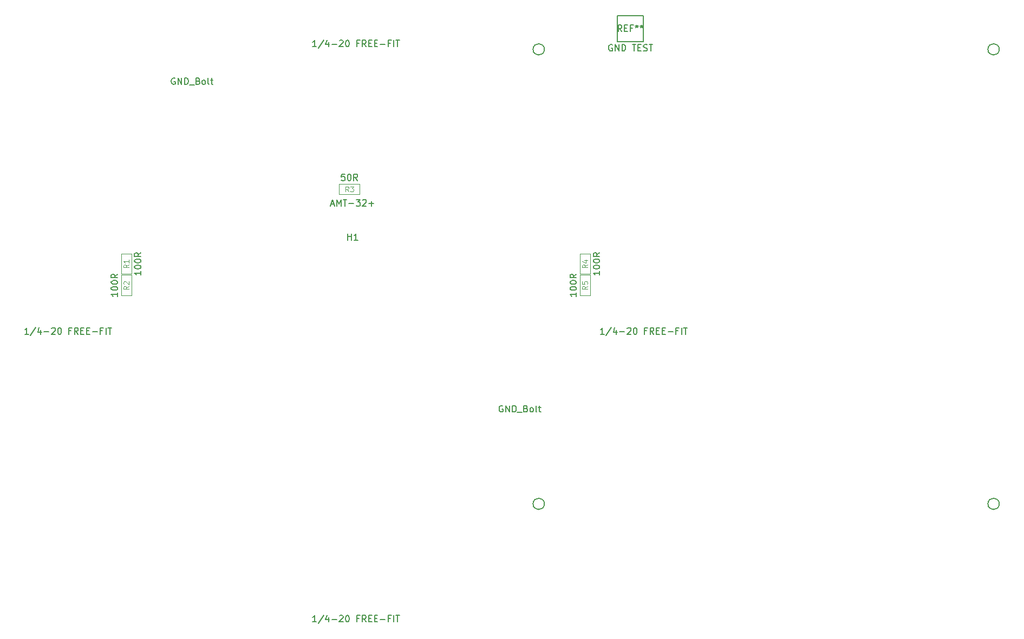
<source format=gbr>
G04 #@! TF.GenerationSoftware,KiCad,Pcbnew,6.0.4-6f826c9f35~116~ubuntu20.04.1*
G04 #@! TF.CreationDate,2022-04-29T13:31:39-04:00*
G04 #@! TF.ProjectId,LWA Cal Test 2022,4c574120-4361-46c2-9054-657374203230,1.3*
G04 #@! TF.SameCoordinates,Original*
G04 #@! TF.FileFunction,AssemblyDrawing,Top*
%FSLAX46Y46*%
G04 Gerber Fmt 4.6, Leading zero omitted, Abs format (unit mm)*
G04 Created by KiCad (PCBNEW 6.0.4-6f826c9f35~116~ubuntu20.04.1) date 2022-04-29 13:31:39*
%MOMM*%
%LPD*%
G01*
G04 APERTURE LIST*
%ADD10C,0.150000*%
%ADD11C,0.120000*%
%ADD12C,0.100000*%
G04 APERTURE END LIST*
D10*
X182753000Y-135636000D02*
G75*
G03*
X182753000Y-135636000I-889000J0D01*
G01*
X111633000Y-64516000D02*
G75*
G03*
X111633000Y-64516000I-889000J0D01*
G01*
X111633000Y-135636000D02*
G75*
G03*
X111633000Y-135636000I-889000J0D01*
G01*
X182753000Y-64516000D02*
G75*
G03*
X182753000Y-64516000I-889000J0D01*
G01*
G04 #@! TO.C,FP1*
X30976921Y-109088180D02*
X30405492Y-109088180D01*
X30691207Y-109088180D02*
X30691207Y-108088180D01*
X30595968Y-108231038D01*
X30500730Y-108326276D01*
X30405492Y-108373895D01*
X32119778Y-108040561D02*
X31262635Y-109326276D01*
X32881683Y-108421514D02*
X32881683Y-109088180D01*
X32643588Y-108040561D02*
X32405492Y-108754847D01*
X33024540Y-108754847D01*
X33405492Y-108707228D02*
X34167397Y-108707228D01*
X34595968Y-108183419D02*
X34643588Y-108135800D01*
X34738826Y-108088180D01*
X34976921Y-108088180D01*
X35072159Y-108135800D01*
X35119778Y-108183419D01*
X35167397Y-108278657D01*
X35167397Y-108373895D01*
X35119778Y-108516752D01*
X34548349Y-109088180D01*
X35167397Y-109088180D01*
X35786445Y-108088180D02*
X35881683Y-108088180D01*
X35976921Y-108135800D01*
X36024540Y-108183419D01*
X36072159Y-108278657D01*
X36119778Y-108469133D01*
X36119778Y-108707228D01*
X36072159Y-108897704D01*
X36024540Y-108992942D01*
X35976921Y-109040561D01*
X35881683Y-109088180D01*
X35786445Y-109088180D01*
X35691207Y-109040561D01*
X35643588Y-108992942D01*
X35595968Y-108897704D01*
X35548349Y-108707228D01*
X35548349Y-108469133D01*
X35595968Y-108278657D01*
X35643588Y-108183419D01*
X35691207Y-108135800D01*
X35786445Y-108088180D01*
X37643588Y-108564371D02*
X37310254Y-108564371D01*
X37310254Y-109088180D02*
X37310254Y-108088180D01*
X37786445Y-108088180D01*
X38738826Y-109088180D02*
X38405492Y-108611990D01*
X38167397Y-109088180D02*
X38167397Y-108088180D01*
X38548349Y-108088180D01*
X38643588Y-108135800D01*
X38691207Y-108183419D01*
X38738826Y-108278657D01*
X38738826Y-108421514D01*
X38691207Y-108516752D01*
X38643588Y-108564371D01*
X38548349Y-108611990D01*
X38167397Y-108611990D01*
X39167397Y-108564371D02*
X39500730Y-108564371D01*
X39643588Y-109088180D02*
X39167397Y-109088180D01*
X39167397Y-108088180D01*
X39643588Y-108088180D01*
X40072159Y-108564371D02*
X40405492Y-108564371D01*
X40548349Y-109088180D02*
X40072159Y-109088180D01*
X40072159Y-108088180D01*
X40548349Y-108088180D01*
X40976921Y-108707228D02*
X41738826Y-108707228D01*
X42548349Y-108564371D02*
X42215016Y-108564371D01*
X42215016Y-109088180D02*
X42215016Y-108088180D01*
X42691207Y-108088180D01*
X43072159Y-109088180D02*
X43072159Y-108088180D01*
X43405492Y-108088180D02*
X43976921Y-108088180D01*
X43691207Y-109088180D02*
X43691207Y-108088180D01*
G04 #@! TO.C,FP2*
X120976945Y-109088180D02*
X120405516Y-109088180D01*
X120691231Y-109088180D02*
X120691231Y-108088180D01*
X120595992Y-108231038D01*
X120500754Y-108326276D01*
X120405516Y-108373895D01*
X122119802Y-108040561D02*
X121262659Y-109326276D01*
X122881707Y-108421514D02*
X122881707Y-109088180D01*
X122643612Y-108040561D02*
X122405516Y-108754847D01*
X123024564Y-108754847D01*
X123405516Y-108707228D02*
X124167421Y-108707228D01*
X124595992Y-108183419D02*
X124643612Y-108135800D01*
X124738850Y-108088180D01*
X124976945Y-108088180D01*
X125072183Y-108135800D01*
X125119802Y-108183419D01*
X125167421Y-108278657D01*
X125167421Y-108373895D01*
X125119802Y-108516752D01*
X124548373Y-109088180D01*
X125167421Y-109088180D01*
X125786469Y-108088180D02*
X125881707Y-108088180D01*
X125976945Y-108135800D01*
X126024564Y-108183419D01*
X126072183Y-108278657D01*
X126119802Y-108469133D01*
X126119802Y-108707228D01*
X126072183Y-108897704D01*
X126024564Y-108992942D01*
X125976945Y-109040561D01*
X125881707Y-109088180D01*
X125786469Y-109088180D01*
X125691231Y-109040561D01*
X125643612Y-108992942D01*
X125595992Y-108897704D01*
X125548373Y-108707228D01*
X125548373Y-108469133D01*
X125595992Y-108278657D01*
X125643612Y-108183419D01*
X125691231Y-108135800D01*
X125786469Y-108088180D01*
X127643612Y-108564371D02*
X127310278Y-108564371D01*
X127310278Y-109088180D02*
X127310278Y-108088180D01*
X127786469Y-108088180D01*
X128738850Y-109088180D02*
X128405516Y-108611990D01*
X128167421Y-109088180D02*
X128167421Y-108088180D01*
X128548373Y-108088180D01*
X128643612Y-108135800D01*
X128691231Y-108183419D01*
X128738850Y-108278657D01*
X128738850Y-108421514D01*
X128691231Y-108516752D01*
X128643612Y-108564371D01*
X128548373Y-108611990D01*
X128167421Y-108611990D01*
X129167421Y-108564371D02*
X129500754Y-108564371D01*
X129643612Y-109088180D02*
X129167421Y-109088180D01*
X129167421Y-108088180D01*
X129643612Y-108088180D01*
X130072183Y-108564371D02*
X130405516Y-108564371D01*
X130548373Y-109088180D02*
X130072183Y-109088180D01*
X130072183Y-108088180D01*
X130548373Y-108088180D01*
X130976945Y-108707228D02*
X131738850Y-108707228D01*
X132548373Y-108564371D02*
X132215040Y-108564371D01*
X132215040Y-109088180D02*
X132215040Y-108088180D01*
X132691231Y-108088180D01*
X133072183Y-109088180D02*
X133072183Y-108088180D01*
X133405516Y-108088180D02*
X133976945Y-108088180D01*
X133691231Y-109088180D02*
X133691231Y-108088180D01*
G04 #@! TO.C,FP3*
X75976933Y-64088168D02*
X75405504Y-64088168D01*
X75691219Y-64088168D02*
X75691219Y-63088168D01*
X75595980Y-63231026D01*
X75500742Y-63326264D01*
X75405504Y-63373883D01*
X77119790Y-63040549D02*
X76262647Y-64326264D01*
X77881695Y-63421502D02*
X77881695Y-64088168D01*
X77643600Y-63040549D02*
X77405504Y-63754835D01*
X78024552Y-63754835D01*
X78405504Y-63707216D02*
X79167409Y-63707216D01*
X79595980Y-63183407D02*
X79643600Y-63135788D01*
X79738838Y-63088168D01*
X79976933Y-63088168D01*
X80072171Y-63135788D01*
X80119790Y-63183407D01*
X80167409Y-63278645D01*
X80167409Y-63373883D01*
X80119790Y-63516740D01*
X79548361Y-64088168D01*
X80167409Y-64088168D01*
X80786457Y-63088168D02*
X80881695Y-63088168D01*
X80976933Y-63135788D01*
X81024552Y-63183407D01*
X81072171Y-63278645D01*
X81119790Y-63469121D01*
X81119790Y-63707216D01*
X81072171Y-63897692D01*
X81024552Y-63992930D01*
X80976933Y-64040549D01*
X80881695Y-64088168D01*
X80786457Y-64088168D01*
X80691219Y-64040549D01*
X80643600Y-63992930D01*
X80595980Y-63897692D01*
X80548361Y-63707216D01*
X80548361Y-63469121D01*
X80595980Y-63278645D01*
X80643600Y-63183407D01*
X80691219Y-63135788D01*
X80786457Y-63088168D01*
X82643600Y-63564359D02*
X82310266Y-63564359D01*
X82310266Y-64088168D02*
X82310266Y-63088168D01*
X82786457Y-63088168D01*
X83738838Y-64088168D02*
X83405504Y-63611978D01*
X83167409Y-64088168D02*
X83167409Y-63088168D01*
X83548361Y-63088168D01*
X83643600Y-63135788D01*
X83691219Y-63183407D01*
X83738838Y-63278645D01*
X83738838Y-63421502D01*
X83691219Y-63516740D01*
X83643600Y-63564359D01*
X83548361Y-63611978D01*
X83167409Y-63611978D01*
X84167409Y-63564359D02*
X84500742Y-63564359D01*
X84643600Y-64088168D02*
X84167409Y-64088168D01*
X84167409Y-63088168D01*
X84643600Y-63088168D01*
X85072171Y-63564359D02*
X85405504Y-63564359D01*
X85548361Y-64088168D02*
X85072171Y-64088168D01*
X85072171Y-63088168D01*
X85548361Y-63088168D01*
X85976933Y-63707216D02*
X86738838Y-63707216D01*
X87548361Y-63564359D02*
X87215028Y-63564359D01*
X87215028Y-64088168D02*
X87215028Y-63088168D01*
X87691219Y-63088168D01*
X88072171Y-64088168D02*
X88072171Y-63088168D01*
X88405504Y-63088168D02*
X88976933Y-63088168D01*
X88691219Y-64088168D02*
X88691219Y-63088168D01*
G04 #@! TO.C,FP4*
X75976933Y-154088192D02*
X75405504Y-154088192D01*
X75691219Y-154088192D02*
X75691219Y-153088192D01*
X75595980Y-153231050D01*
X75500742Y-153326288D01*
X75405504Y-153373907D01*
X77119790Y-153040573D02*
X76262647Y-154326288D01*
X77881695Y-153421526D02*
X77881695Y-154088192D01*
X77643600Y-153040573D02*
X77405504Y-153754859D01*
X78024552Y-153754859D01*
X78405504Y-153707240D02*
X79167409Y-153707240D01*
X79595980Y-153183431D02*
X79643600Y-153135812D01*
X79738838Y-153088192D01*
X79976933Y-153088192D01*
X80072171Y-153135812D01*
X80119790Y-153183431D01*
X80167409Y-153278669D01*
X80167409Y-153373907D01*
X80119790Y-153516764D01*
X79548361Y-154088192D01*
X80167409Y-154088192D01*
X80786457Y-153088192D02*
X80881695Y-153088192D01*
X80976933Y-153135812D01*
X81024552Y-153183431D01*
X81072171Y-153278669D01*
X81119790Y-153469145D01*
X81119790Y-153707240D01*
X81072171Y-153897716D01*
X81024552Y-153992954D01*
X80976933Y-154040573D01*
X80881695Y-154088192D01*
X80786457Y-154088192D01*
X80691219Y-154040573D01*
X80643600Y-153992954D01*
X80595980Y-153897716D01*
X80548361Y-153707240D01*
X80548361Y-153469145D01*
X80595980Y-153278669D01*
X80643600Y-153183431D01*
X80691219Y-153135812D01*
X80786457Y-153088192D01*
X82643600Y-153564383D02*
X82310266Y-153564383D01*
X82310266Y-154088192D02*
X82310266Y-153088192D01*
X82786457Y-153088192D01*
X83738838Y-154088192D02*
X83405504Y-153612002D01*
X83167409Y-154088192D02*
X83167409Y-153088192D01*
X83548361Y-153088192D01*
X83643600Y-153135812D01*
X83691219Y-153183431D01*
X83738838Y-153278669D01*
X83738838Y-153421526D01*
X83691219Y-153516764D01*
X83643600Y-153564383D01*
X83548361Y-153612002D01*
X83167409Y-153612002D01*
X84167409Y-153564383D02*
X84500742Y-153564383D01*
X84643600Y-154088192D02*
X84167409Y-154088192D01*
X84167409Y-153088192D01*
X84643600Y-153088192D01*
X85072171Y-153564383D02*
X85405504Y-153564383D01*
X85548361Y-154088192D02*
X85072171Y-154088192D01*
X85072171Y-153088192D01*
X85548361Y-153088192D01*
X85976933Y-153707240D02*
X86738838Y-153707240D01*
X87548361Y-153564383D02*
X87215028Y-153564383D01*
X87215028Y-154088192D02*
X87215028Y-153088192D01*
X87691219Y-153088192D01*
X88072171Y-154088192D02*
X88072171Y-153088192D01*
X88405504Y-153088192D02*
X88976933Y-153088192D01*
X88691219Y-154088192D02*
X88691219Y-153088192D01*
G04 #@! TO.C,H1*
X78254647Y-88736466D02*
X78730838Y-88736466D01*
X78159409Y-89022180D02*
X78492742Y-88022180D01*
X78826076Y-89022180D01*
X79159409Y-89022180D02*
X79159409Y-88022180D01*
X79492742Y-88736466D01*
X79826076Y-88022180D01*
X79826076Y-89022180D01*
X80159409Y-88022180D02*
X80730838Y-88022180D01*
X80445123Y-89022180D02*
X80445123Y-88022180D01*
X81064171Y-88641228D02*
X81826076Y-88641228D01*
X82207028Y-88022180D02*
X82826076Y-88022180D01*
X82492742Y-88403133D01*
X82635600Y-88403133D01*
X82730838Y-88450752D01*
X82778457Y-88498371D01*
X82826076Y-88593609D01*
X82826076Y-88831704D01*
X82778457Y-88926942D01*
X82730838Y-88974561D01*
X82635600Y-89022180D01*
X82349885Y-89022180D01*
X82254647Y-88974561D01*
X82207028Y-88926942D01*
X83207028Y-88117419D02*
X83254647Y-88069800D01*
X83349885Y-88022180D01*
X83587980Y-88022180D01*
X83683219Y-88069800D01*
X83730838Y-88117419D01*
X83778457Y-88212657D01*
X83778457Y-88307895D01*
X83730838Y-88450752D01*
X83159409Y-89022180D01*
X83778457Y-89022180D01*
X84207028Y-88641228D02*
X84968933Y-88641228D01*
X84587980Y-89022180D02*
X84587980Y-88260276D01*
X80873695Y-94356180D02*
X80873695Y-93356180D01*
X80873695Y-93832371D02*
X81445123Y-93832371D01*
X81445123Y-94356180D02*
X81445123Y-93356180D01*
X82445123Y-94356180D02*
X81873695Y-94356180D01*
X82159409Y-94356180D02*
X82159409Y-93356180D01*
X82064171Y-93499038D01*
X81968933Y-93594276D01*
X81873695Y-93641895D01*
G04 #@! TO.C,TP2*
X122236266Y-63812800D02*
X122141028Y-63765180D01*
X121998171Y-63765180D01*
X121855314Y-63812800D01*
X121760076Y-63908038D01*
X121712457Y-64003276D01*
X121664838Y-64193752D01*
X121664838Y-64336609D01*
X121712457Y-64527085D01*
X121760076Y-64622323D01*
X121855314Y-64717561D01*
X121998171Y-64765180D01*
X122093409Y-64765180D01*
X122236266Y-64717561D01*
X122283885Y-64669942D01*
X122283885Y-64336609D01*
X122093409Y-64336609D01*
X122712457Y-64765180D02*
X122712457Y-63765180D01*
X123283885Y-64765180D01*
X123283885Y-63765180D01*
X123760076Y-64765180D02*
X123760076Y-63765180D01*
X123998171Y-63765180D01*
X124141028Y-63812800D01*
X124236266Y-63908038D01*
X124283885Y-64003276D01*
X124331504Y-64193752D01*
X124331504Y-64336609D01*
X124283885Y-64527085D01*
X124236266Y-64622323D01*
X124141028Y-64717561D01*
X123998171Y-64765180D01*
X123760076Y-64765180D01*
X125379123Y-63765180D02*
X125950552Y-63765180D01*
X125664838Y-64765180D02*
X125664838Y-63765180D01*
X126283885Y-64241371D02*
X126617219Y-64241371D01*
X126760076Y-64765180D02*
X126283885Y-64765180D01*
X126283885Y-63765180D01*
X126760076Y-63765180D01*
X127141028Y-64717561D02*
X127283885Y-64765180D01*
X127521980Y-64765180D01*
X127617219Y-64717561D01*
X127664838Y-64669942D01*
X127712457Y-64574704D01*
X127712457Y-64479466D01*
X127664838Y-64384228D01*
X127617219Y-64336609D01*
X127521980Y-64288990D01*
X127331504Y-64241371D01*
X127236266Y-64193752D01*
X127188647Y-64146133D01*
X127141028Y-64050895D01*
X127141028Y-63955657D01*
X127188647Y-63860419D01*
X127236266Y-63812800D01*
X127331504Y-63765180D01*
X127569600Y-63765180D01*
X127712457Y-63812800D01*
X127998171Y-63765180D02*
X128569600Y-63765180D01*
X128283885Y-64765180D02*
X128283885Y-63765180D01*
X123736266Y-61717180D02*
X123402933Y-61240990D01*
X123164838Y-61717180D02*
X123164838Y-60717180D01*
X123545790Y-60717180D01*
X123641028Y-60764800D01*
X123688647Y-60812419D01*
X123736266Y-60907657D01*
X123736266Y-61050514D01*
X123688647Y-61145752D01*
X123641028Y-61193371D01*
X123545790Y-61240990D01*
X123164838Y-61240990D01*
X124164838Y-61193371D02*
X124498171Y-61193371D01*
X124641028Y-61717180D02*
X124164838Y-61717180D01*
X124164838Y-60717180D01*
X124641028Y-60717180D01*
X125402933Y-61193371D02*
X125069600Y-61193371D01*
X125069600Y-61717180D02*
X125069600Y-60717180D01*
X125545790Y-60717180D01*
X126069600Y-60717180D02*
X126069600Y-60955276D01*
X125831504Y-60860038D02*
X126069600Y-60955276D01*
X126307695Y-60860038D01*
X125926742Y-61145752D02*
X126069600Y-60955276D01*
X126212457Y-61145752D01*
X126831504Y-60717180D02*
X126831504Y-60955276D01*
X126593409Y-60860038D02*
X126831504Y-60955276D01*
X127069600Y-60860038D01*
X126688647Y-61145752D02*
X126831504Y-60955276D01*
X126974361Y-61145752D01*
G04 #@! TO.C,MH1*
X105126370Y-120299428D02*
X105031132Y-120251808D01*
X104888275Y-120251808D01*
X104745418Y-120299428D01*
X104650180Y-120394666D01*
X104602561Y-120489904D01*
X104554942Y-120680380D01*
X104554942Y-120823237D01*
X104602561Y-121013713D01*
X104650180Y-121108951D01*
X104745418Y-121204189D01*
X104888275Y-121251808D01*
X104983513Y-121251808D01*
X105126370Y-121204189D01*
X105173989Y-121156570D01*
X105173989Y-120823237D01*
X104983513Y-120823237D01*
X105602561Y-121251808D02*
X105602561Y-120251808D01*
X106173989Y-121251808D01*
X106173989Y-120251808D01*
X106650180Y-121251808D02*
X106650180Y-120251808D01*
X106888275Y-120251808D01*
X107031132Y-120299428D01*
X107126370Y-120394666D01*
X107173989Y-120489904D01*
X107221608Y-120680380D01*
X107221608Y-120823237D01*
X107173989Y-121013713D01*
X107126370Y-121108951D01*
X107031132Y-121204189D01*
X106888275Y-121251808D01*
X106650180Y-121251808D01*
X107412085Y-121347047D02*
X108173989Y-121347047D01*
X108745418Y-120727999D02*
X108888275Y-120775618D01*
X108935894Y-120823237D01*
X108983513Y-120918475D01*
X108983513Y-121061332D01*
X108935894Y-121156570D01*
X108888275Y-121204189D01*
X108793037Y-121251808D01*
X108412085Y-121251808D01*
X108412085Y-120251808D01*
X108745418Y-120251808D01*
X108840656Y-120299428D01*
X108888275Y-120347047D01*
X108935894Y-120442285D01*
X108935894Y-120537523D01*
X108888275Y-120632761D01*
X108840656Y-120680380D01*
X108745418Y-120727999D01*
X108412085Y-120727999D01*
X109554942Y-121251808D02*
X109459704Y-121204189D01*
X109412085Y-121156570D01*
X109364466Y-121061332D01*
X109364466Y-120775618D01*
X109412085Y-120680380D01*
X109459704Y-120632761D01*
X109554942Y-120585142D01*
X109697799Y-120585142D01*
X109793037Y-120632761D01*
X109840656Y-120680380D01*
X109888275Y-120775618D01*
X109888275Y-121061332D01*
X109840656Y-121156570D01*
X109793037Y-121204189D01*
X109697799Y-121251808D01*
X109554942Y-121251808D01*
X110459704Y-121251808D02*
X110364466Y-121204189D01*
X110316847Y-121108951D01*
X110316847Y-120251808D01*
X110697799Y-120585142D02*
X111078751Y-120585142D01*
X110840656Y-120251808D02*
X110840656Y-121108951D01*
X110888275Y-121204189D01*
X110983513Y-121251808D01*
X111078751Y-121251808D01*
G04 #@! TO.C,MH2*
X53875114Y-69048172D02*
X53779876Y-69000552D01*
X53637019Y-69000552D01*
X53494162Y-69048172D01*
X53398924Y-69143410D01*
X53351305Y-69238648D01*
X53303686Y-69429124D01*
X53303686Y-69571981D01*
X53351305Y-69762457D01*
X53398924Y-69857695D01*
X53494162Y-69952933D01*
X53637019Y-70000552D01*
X53732257Y-70000552D01*
X53875114Y-69952933D01*
X53922733Y-69905314D01*
X53922733Y-69571981D01*
X53732257Y-69571981D01*
X54351305Y-70000552D02*
X54351305Y-69000552D01*
X54922733Y-70000552D01*
X54922733Y-69000552D01*
X55398924Y-70000552D02*
X55398924Y-69000552D01*
X55637019Y-69000552D01*
X55779876Y-69048172D01*
X55875114Y-69143410D01*
X55922733Y-69238648D01*
X55970352Y-69429124D01*
X55970352Y-69571981D01*
X55922733Y-69762457D01*
X55875114Y-69857695D01*
X55779876Y-69952933D01*
X55637019Y-70000552D01*
X55398924Y-70000552D01*
X56160829Y-70095791D02*
X56922733Y-70095791D01*
X57494162Y-69476743D02*
X57637019Y-69524362D01*
X57684638Y-69571981D01*
X57732257Y-69667219D01*
X57732257Y-69810076D01*
X57684638Y-69905314D01*
X57637019Y-69952933D01*
X57541781Y-70000552D01*
X57160829Y-70000552D01*
X57160829Y-69000552D01*
X57494162Y-69000552D01*
X57589400Y-69048172D01*
X57637019Y-69095791D01*
X57684638Y-69191029D01*
X57684638Y-69286267D01*
X57637019Y-69381505D01*
X57589400Y-69429124D01*
X57494162Y-69476743D01*
X57160829Y-69476743D01*
X58303686Y-70000552D02*
X58208448Y-69952933D01*
X58160829Y-69905314D01*
X58113210Y-69810076D01*
X58113210Y-69524362D01*
X58160829Y-69429124D01*
X58208448Y-69381505D01*
X58303686Y-69333886D01*
X58446543Y-69333886D01*
X58541781Y-69381505D01*
X58589400Y-69429124D01*
X58637019Y-69524362D01*
X58637019Y-69810076D01*
X58589400Y-69905314D01*
X58541781Y-69952933D01*
X58446543Y-70000552D01*
X58303686Y-70000552D01*
X59208448Y-70000552D02*
X59113210Y-69952933D01*
X59065591Y-69857695D01*
X59065591Y-69000552D01*
X59446543Y-69333886D02*
X59827495Y-69333886D01*
X59589400Y-69000552D02*
X59589400Y-69857695D01*
X59637019Y-69952933D01*
X59732257Y-70000552D01*
X59827495Y-70000552D01*
G04 #@! TO.C,R1*
X48551180Y-99235466D02*
X48551180Y-99806895D01*
X48551180Y-99521180D02*
X47551180Y-99521180D01*
X47694038Y-99616419D01*
X47789276Y-99711657D01*
X47836895Y-99806895D01*
X47551180Y-98616419D02*
X47551180Y-98521180D01*
X47598800Y-98425942D01*
X47646419Y-98378323D01*
X47741657Y-98330704D01*
X47932133Y-98283085D01*
X48170228Y-98283085D01*
X48360704Y-98330704D01*
X48455942Y-98378323D01*
X48503561Y-98425942D01*
X48551180Y-98521180D01*
X48551180Y-98616419D01*
X48503561Y-98711657D01*
X48455942Y-98759276D01*
X48360704Y-98806895D01*
X48170228Y-98854514D01*
X47932133Y-98854514D01*
X47741657Y-98806895D01*
X47646419Y-98759276D01*
X47598800Y-98711657D01*
X47551180Y-98616419D01*
X47551180Y-97664038D02*
X47551180Y-97568800D01*
X47598800Y-97473561D01*
X47646419Y-97425942D01*
X47741657Y-97378323D01*
X47932133Y-97330704D01*
X48170228Y-97330704D01*
X48360704Y-97378323D01*
X48455942Y-97425942D01*
X48503561Y-97473561D01*
X48551180Y-97568800D01*
X48551180Y-97664038D01*
X48503561Y-97759276D01*
X48455942Y-97806895D01*
X48360704Y-97854514D01*
X48170228Y-97902133D01*
X47932133Y-97902133D01*
X47741657Y-97854514D01*
X47646419Y-97806895D01*
X47598800Y-97759276D01*
X47551180Y-97664038D01*
X48551180Y-96330704D02*
X48074990Y-96664038D01*
X48551180Y-96902133D02*
X47551180Y-96902133D01*
X47551180Y-96521180D01*
X47598800Y-96425942D01*
X47646419Y-96378323D01*
X47741657Y-96330704D01*
X47884514Y-96330704D01*
X47979752Y-96378323D01*
X48027371Y-96425942D01*
X48074990Y-96521180D01*
X48074990Y-96902133D01*
D11*
X46640704Y-98202133D02*
X46259752Y-98468800D01*
X46640704Y-98659276D02*
X45840704Y-98659276D01*
X45840704Y-98354514D01*
X45878800Y-98278323D01*
X45916895Y-98240228D01*
X45993085Y-98202133D01*
X46107371Y-98202133D01*
X46183561Y-98240228D01*
X46221657Y-98278323D01*
X46259752Y-98354514D01*
X46259752Y-98659276D01*
X46640704Y-97440228D02*
X46640704Y-97897371D01*
X46640704Y-97668800D02*
X45840704Y-97668800D01*
X45954990Y-97744990D01*
X46031180Y-97821180D01*
X46069276Y-97897371D01*
D10*
G04 #@! TO.C,R4*
X120280780Y-99235466D02*
X120280780Y-99806895D01*
X120280780Y-99521180D02*
X119280780Y-99521180D01*
X119423638Y-99616419D01*
X119518876Y-99711657D01*
X119566495Y-99806895D01*
X119280780Y-98616419D02*
X119280780Y-98521180D01*
X119328400Y-98425942D01*
X119376019Y-98378323D01*
X119471257Y-98330704D01*
X119661733Y-98283085D01*
X119899828Y-98283085D01*
X120090304Y-98330704D01*
X120185542Y-98378323D01*
X120233161Y-98425942D01*
X120280780Y-98521180D01*
X120280780Y-98616419D01*
X120233161Y-98711657D01*
X120185542Y-98759276D01*
X120090304Y-98806895D01*
X119899828Y-98854514D01*
X119661733Y-98854514D01*
X119471257Y-98806895D01*
X119376019Y-98759276D01*
X119328400Y-98711657D01*
X119280780Y-98616419D01*
X119280780Y-97664038D02*
X119280780Y-97568800D01*
X119328400Y-97473561D01*
X119376019Y-97425942D01*
X119471257Y-97378323D01*
X119661733Y-97330704D01*
X119899828Y-97330704D01*
X120090304Y-97378323D01*
X120185542Y-97425942D01*
X120233161Y-97473561D01*
X120280780Y-97568800D01*
X120280780Y-97664038D01*
X120233161Y-97759276D01*
X120185542Y-97806895D01*
X120090304Y-97854514D01*
X119899828Y-97902133D01*
X119661733Y-97902133D01*
X119471257Y-97854514D01*
X119376019Y-97806895D01*
X119328400Y-97759276D01*
X119280780Y-97664038D01*
X120280780Y-96330704D02*
X119804590Y-96664038D01*
X120280780Y-96902133D02*
X119280780Y-96902133D01*
X119280780Y-96521180D01*
X119328400Y-96425942D01*
X119376019Y-96378323D01*
X119471257Y-96330704D01*
X119614114Y-96330704D01*
X119709352Y-96378323D01*
X119756971Y-96425942D01*
X119804590Y-96521180D01*
X119804590Y-96902133D01*
D11*
X118370304Y-98202133D02*
X117989352Y-98468800D01*
X118370304Y-98659276D02*
X117570304Y-98659276D01*
X117570304Y-98354514D01*
X117608400Y-98278323D01*
X117646495Y-98240228D01*
X117722685Y-98202133D01*
X117836971Y-98202133D01*
X117913161Y-98240228D01*
X117951257Y-98278323D01*
X117989352Y-98354514D01*
X117989352Y-98659276D01*
X117836971Y-97516419D02*
X118370304Y-97516419D01*
X117532209Y-97706895D02*
X118103638Y-97897371D01*
X118103638Y-97402133D01*
D10*
G04 #@! TO.C,R5*
X116640780Y-102589466D02*
X116640780Y-103160895D01*
X116640780Y-102875180D02*
X115640780Y-102875180D01*
X115783638Y-102970419D01*
X115878876Y-103065657D01*
X115926495Y-103160895D01*
X115640780Y-101970419D02*
X115640780Y-101875180D01*
X115688400Y-101779942D01*
X115736019Y-101732323D01*
X115831257Y-101684704D01*
X116021733Y-101637085D01*
X116259828Y-101637085D01*
X116450304Y-101684704D01*
X116545542Y-101732323D01*
X116593161Y-101779942D01*
X116640780Y-101875180D01*
X116640780Y-101970419D01*
X116593161Y-102065657D01*
X116545542Y-102113276D01*
X116450304Y-102160895D01*
X116259828Y-102208514D01*
X116021733Y-102208514D01*
X115831257Y-102160895D01*
X115736019Y-102113276D01*
X115688400Y-102065657D01*
X115640780Y-101970419D01*
X115640780Y-101018038D02*
X115640780Y-100922800D01*
X115688400Y-100827561D01*
X115736019Y-100779942D01*
X115831257Y-100732323D01*
X116021733Y-100684704D01*
X116259828Y-100684704D01*
X116450304Y-100732323D01*
X116545542Y-100779942D01*
X116593161Y-100827561D01*
X116640780Y-100922800D01*
X116640780Y-101018038D01*
X116593161Y-101113276D01*
X116545542Y-101160895D01*
X116450304Y-101208514D01*
X116259828Y-101256133D01*
X116021733Y-101256133D01*
X115831257Y-101208514D01*
X115736019Y-101160895D01*
X115688400Y-101113276D01*
X115640780Y-101018038D01*
X116640780Y-99684704D02*
X116164590Y-100018038D01*
X116640780Y-100256133D02*
X115640780Y-100256133D01*
X115640780Y-99875180D01*
X115688400Y-99779942D01*
X115736019Y-99732323D01*
X115831257Y-99684704D01*
X115974114Y-99684704D01*
X116069352Y-99732323D01*
X116116971Y-99779942D01*
X116164590Y-99875180D01*
X116164590Y-100256133D01*
D11*
X118370304Y-101556133D02*
X117989352Y-101822800D01*
X118370304Y-102013276D02*
X117570304Y-102013276D01*
X117570304Y-101708514D01*
X117608400Y-101632323D01*
X117646495Y-101594228D01*
X117722685Y-101556133D01*
X117836971Y-101556133D01*
X117913161Y-101594228D01*
X117951257Y-101632323D01*
X117989352Y-101708514D01*
X117989352Y-102013276D01*
X117570304Y-100832323D02*
X117570304Y-101213276D01*
X117951257Y-101251371D01*
X117913161Y-101213276D01*
X117875066Y-101137085D01*
X117875066Y-100946609D01*
X117913161Y-100870419D01*
X117951257Y-100832323D01*
X118027447Y-100794228D01*
X118217923Y-100794228D01*
X118294114Y-100832323D01*
X118332209Y-100870419D01*
X118370304Y-100946609D01*
X118370304Y-101137085D01*
X118332209Y-101213276D01*
X118294114Y-101251371D01*
D10*
G04 #@! TO.C,R2*
X44911180Y-102589466D02*
X44911180Y-103160895D01*
X44911180Y-102875180D02*
X43911180Y-102875180D01*
X44054038Y-102970419D01*
X44149276Y-103065657D01*
X44196895Y-103160895D01*
X43911180Y-101970419D02*
X43911180Y-101875180D01*
X43958800Y-101779942D01*
X44006419Y-101732323D01*
X44101657Y-101684704D01*
X44292133Y-101637085D01*
X44530228Y-101637085D01*
X44720704Y-101684704D01*
X44815942Y-101732323D01*
X44863561Y-101779942D01*
X44911180Y-101875180D01*
X44911180Y-101970419D01*
X44863561Y-102065657D01*
X44815942Y-102113276D01*
X44720704Y-102160895D01*
X44530228Y-102208514D01*
X44292133Y-102208514D01*
X44101657Y-102160895D01*
X44006419Y-102113276D01*
X43958800Y-102065657D01*
X43911180Y-101970419D01*
X43911180Y-101018038D02*
X43911180Y-100922800D01*
X43958800Y-100827561D01*
X44006419Y-100779942D01*
X44101657Y-100732323D01*
X44292133Y-100684704D01*
X44530228Y-100684704D01*
X44720704Y-100732323D01*
X44815942Y-100779942D01*
X44863561Y-100827561D01*
X44911180Y-100922800D01*
X44911180Y-101018038D01*
X44863561Y-101113276D01*
X44815942Y-101160895D01*
X44720704Y-101208514D01*
X44530228Y-101256133D01*
X44292133Y-101256133D01*
X44101657Y-101208514D01*
X44006419Y-101160895D01*
X43958800Y-101113276D01*
X43911180Y-101018038D01*
X44911180Y-99684704D02*
X44434990Y-100018038D01*
X44911180Y-100256133D02*
X43911180Y-100256133D01*
X43911180Y-99875180D01*
X43958800Y-99779942D01*
X44006419Y-99732323D01*
X44101657Y-99684704D01*
X44244514Y-99684704D01*
X44339752Y-99732323D01*
X44387371Y-99779942D01*
X44434990Y-99875180D01*
X44434990Y-100256133D01*
D11*
X46640704Y-101556133D02*
X46259752Y-101822800D01*
X46640704Y-102013276D02*
X45840704Y-102013276D01*
X45840704Y-101708514D01*
X45878800Y-101632323D01*
X45916895Y-101594228D01*
X45993085Y-101556133D01*
X46107371Y-101556133D01*
X46183561Y-101594228D01*
X46221657Y-101632323D01*
X46259752Y-101708514D01*
X46259752Y-102013276D01*
X45916895Y-101251371D02*
X45878800Y-101213276D01*
X45840704Y-101137085D01*
X45840704Y-100946609D01*
X45878800Y-100870419D01*
X45916895Y-100832323D01*
X45993085Y-100794228D01*
X46069276Y-100794228D01*
X46183561Y-100832323D01*
X46640704Y-101289466D01*
X46640704Y-100794228D01*
D10*
G04 #@! TO.C,R3*
X80415504Y-84043180D02*
X79939314Y-84043180D01*
X79891695Y-84519371D01*
X79939314Y-84471752D01*
X80034552Y-84424133D01*
X80272647Y-84424133D01*
X80367885Y-84471752D01*
X80415504Y-84519371D01*
X80463123Y-84614609D01*
X80463123Y-84852704D01*
X80415504Y-84947942D01*
X80367885Y-84995561D01*
X80272647Y-85043180D01*
X80034552Y-85043180D01*
X79939314Y-84995561D01*
X79891695Y-84947942D01*
X81082171Y-84043180D02*
X81177409Y-84043180D01*
X81272647Y-84090800D01*
X81320266Y-84138419D01*
X81367885Y-84233657D01*
X81415504Y-84424133D01*
X81415504Y-84662228D01*
X81367885Y-84852704D01*
X81320266Y-84947942D01*
X81272647Y-84995561D01*
X81177409Y-85043180D01*
X81082171Y-85043180D01*
X80986933Y-84995561D01*
X80939314Y-84947942D01*
X80891695Y-84852704D01*
X80844076Y-84662228D01*
X80844076Y-84424133D01*
X80891695Y-84233657D01*
X80939314Y-84138419D01*
X80986933Y-84090800D01*
X81082171Y-84043180D01*
X82415504Y-85043180D02*
X82082171Y-84566990D01*
X81844076Y-85043180D02*
X81844076Y-84043180D01*
X82225028Y-84043180D01*
X82320266Y-84090800D01*
X82367885Y-84138419D01*
X82415504Y-84233657D01*
X82415504Y-84376514D01*
X82367885Y-84471752D01*
X82320266Y-84519371D01*
X82225028Y-84566990D01*
X81844076Y-84566990D01*
D11*
X81020266Y-86772704D02*
X80753600Y-86391752D01*
X80563123Y-86772704D02*
X80563123Y-85972704D01*
X80867885Y-85972704D01*
X80944076Y-86010800D01*
X80982171Y-86048895D01*
X81020266Y-86125085D01*
X81020266Y-86239371D01*
X80982171Y-86315561D01*
X80944076Y-86353657D01*
X80867885Y-86391752D01*
X80563123Y-86391752D01*
X81286933Y-85972704D02*
X81782171Y-85972704D01*
X81515504Y-86277466D01*
X81629790Y-86277466D01*
X81705980Y-86315561D01*
X81744076Y-86353657D01*
X81782171Y-86429847D01*
X81782171Y-86620323D01*
X81744076Y-86696514D01*
X81705980Y-86734609D01*
X81629790Y-86772704D01*
X81401219Y-86772704D01*
X81325028Y-86734609D01*
X81286933Y-86696514D01*
D10*
G04 #@! TO.C,TP2*
X127101600Y-59232800D02*
X127101600Y-63296800D01*
X123037600Y-63296800D02*
X123037600Y-59232800D01*
X127101600Y-63296800D02*
X123037600Y-63296800D01*
X123037600Y-59232800D02*
X127101600Y-59232800D01*
D12*
G04 #@! TO.C,R1*
X47078800Y-96468800D02*
X47078800Y-99668800D01*
X45478800Y-99668800D02*
X45478800Y-96468800D01*
X45478800Y-96468800D02*
X47078800Y-96468800D01*
X47078800Y-99668800D02*
X45478800Y-99668800D01*
G04 #@! TO.C,R4*
X117208400Y-99668800D02*
X117208400Y-96468800D01*
X118808400Y-99668800D02*
X117208400Y-99668800D01*
X117208400Y-96468800D02*
X118808400Y-96468800D01*
X118808400Y-96468800D02*
X118808400Y-99668800D01*
G04 #@! TO.C,R5*
X118808400Y-99822800D02*
X118808400Y-103022800D01*
X117208400Y-103022800D02*
X117208400Y-99822800D01*
X117208400Y-99822800D02*
X118808400Y-99822800D01*
X118808400Y-103022800D02*
X117208400Y-103022800D01*
G04 #@! TO.C,R2*
X45478800Y-103022800D02*
X45478800Y-99822800D01*
X47078800Y-103022800D02*
X45478800Y-103022800D01*
X47078800Y-99822800D02*
X47078800Y-103022800D01*
X45478800Y-99822800D02*
X47078800Y-99822800D01*
G04 #@! TO.C,R3*
X79553600Y-85610800D02*
X82753600Y-85610800D01*
X82753600Y-85610800D02*
X82753600Y-87210800D01*
X82753600Y-87210800D02*
X79553600Y-87210800D01*
X79553600Y-87210800D02*
X79553600Y-85610800D01*
G04 #@! TD*
M02*

</source>
